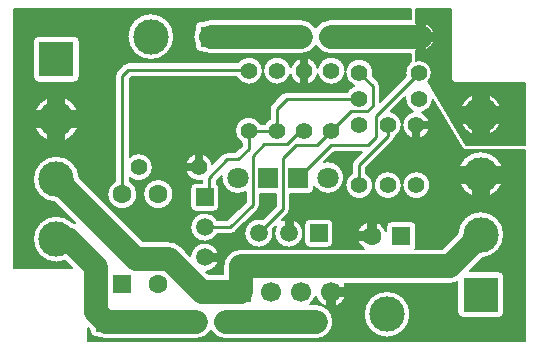
<source format=gbl>
G04 Layer: BottomLayer*
G04 EasyEDA Pro v2.0.34.720dcead, 2023-10-18 14:17:13*
G04 Gerber Generator version 0.3*
G04 Scale: 100 percent, Rotated: No, Reflected: No*
G04 Dimensions in millimeters*
G04 Leading zeros omitted, absolute positions, 3 integers and 3 decimals*
%FSLAX33Y33*%
%MOMM*%
%ADD8191C,0.203*%
%ADD10C,1.505*%
%ADD11C,0.855*%
%ADD12C,0.705*%
%ADD13C,0.755*%
%ADD14C,0.8184*%
%ADD15C,0.805*%
%ADD16R,3.0X3.0*%
%ADD17C,3.0*%
%ADD18R,3.0X3.0*%
%ADD19R,1.6X1.6*%
%ADD20C,1.6*%
%ADD21R,1.7X1.7*%
%ADD22C,1.7*%
%ADD23C,1.4*%
%ADD24R,1.6X1.6*%
%ADD25R,1.5X1.5*%
%ADD26C,1.5*%
%ADD27R,1.5X1.5*%
%ADD28R,1.8X1.8*%
%ADD29C,1.8*%
%ADD30R,1.8X1.8*%
%ADD31C,2.0*%
%ADD32C,0.254*%
G75*


G04 Copper Start*
G36*
G01X147043Y-112164D02*
G01X147043Y-111043D01*
G01X147255Y-111255D01*
G01Y-111340D01*
G03X147740Y-111825I485J0D01*
G01X147939D01*
G03X148590Y-111975I650J1335D01*
G01X151130D01*
G01X153670D01*
G01X156210D01*
G03X157480Y-111260I0J1485D01*
G03X158750Y-111975I1270J770D01*
G01X161290D01*
G01X163830D01*
G01X166370D01*
G03X167855Y-110490I0J1485D01*
G03X166370Y-109005I-1485J0D01*
G01X165918D01*
G03X166370Y-108362I-818J1055D01*
G03X167640Y-109285I1270J412D01*
G03X168975Y-107950I0J1335D01*
G03X168807Y-107302I-1335J0D01*
G01X177691D01*
G03X178355Y-107146I0J1485D01*
G01Y-109704D01*
G03X178840Y-110189I485J0D01*
G01X181840D01*
G03X182325Y-109704I0J485D01*
G01Y-106704D01*
G03X181840Y-106219I-485J0D01*
G01X179390D01*
G01X180507Y-105102D01*
G03X182325Y-103124I-168J1978D01*
G03X180340Y-101139I-1985J0D01*
G03X178356Y-103053I0J-1985D01*
G01X177076Y-104332D01*
G01X174804D01*
G03X174894Y-104051I-395J281D01*
G01Y-102451D01*
G03X174409Y-101966I-485J0D01*
G01X172809D01*
G03X172324Y-102451I0J-485D01*
G01Y-102832D01*
G03X171109Y-101966I-1215J-419D01*
G03X169824Y-103251I0J-1285D01*
G03X170414Y-104332I1285J0D01*
G01X160020D01*
G03X158535Y-105817I0J-1485D01*
G01Y-106464D01*
G01X157313D01*
G01X157105Y-106257D01*
G03X158207Y-105029I-133J1228D01*
G03X156972Y-103794I-1235J0D01*
G03X155744Y-104896I0J-1235D01*
G01X154974Y-104126D01*
G03X153924Y-103691I-1050J-1050D01*
G01X151765D01*
G01X146380Y-98306D01*
G03X144399Y-96440I-1982J-119D01*
G03X142414Y-98425I0J-1985D01*
G03X144280Y-100406I1985J0D01*
G01X146024Y-102150D01*
G03X145761Y-102060I-609J-1354D01*
G03X144399Y-101520I-1362J-1444D01*
G03X142414Y-103505I0J-1985D01*
G03X144399Y-105490I1985J0D01*
G03X145151Y-105342I0J1985D01*
G01X145750Y-105941D01*
G01X140820D01*
G01Y-84051D01*
G01X174394D01*
G01Y-84875D01*
G01X172720D01*
G01X170180D01*
G01X167640D01*
G03X166370Y-85590I0J-1485D01*
G03X165100Y-84875I-1270J-770D01*
G01X162560D01*
G01X160020D01*
G01X157480D01*
G03X156829Y-85025I0J-1485D01*
G01X156630D01*
G03X156145Y-85510I0J-485D01*
G01Y-85709D01*
G03X155995Y-86360I1335J-650D01*
G03X156145Y-87010I1485J0D01*
G01Y-87210D01*
G03X156630Y-87695I485J0D01*
G01X156829D01*
G03X157480Y-87845I650J1335D01*
G01X160020D01*
G01X162560D01*
G01X165100D01*
G03X166370Y-87130I0J1485D01*
G03X167640Y-87845I1270J770D01*
G01X170180D01*
G01X172720D01*
G01X174394D01*
G01Y-88392D01*
G03X174403Y-88474I358J0D01*
G03X173948Y-89408I730J-934D01*
G03X173983Y-89693I1185J0D01*
G01X171808Y-91867D01*
G01Y-90551D01*
G03X171629Y-90118I-612J0D01*
G01X171203Y-89693D01*
G03X171238Y-89408I-1150J285D01*
G03X170053Y-88223I-1185J0D01*
G03X168875Y-89276I0J-1185D01*
G03X168876Y-89245I-1185J31D01*
G03X167690Y-88060I-1185J0D01*
G03X166531Y-89001I0J-1185D01*
G03X165379Y-88096I-1152J-280D01*
G03X164241Y-88950I0J-1185D01*
G03X163093Y-88060I-1148J-295D01*
G03X161908Y-89245I0J-1185D01*
G03X163093Y-90431I1185J0D01*
G03X164231Y-89576I0J1185D01*
G03X165379Y-90466I1148J295D01*
G03X166539Y-89525I0J1185D01*
G03X167690Y-90431I1152J280D01*
G03X168868Y-89377I0J1185D01*
G03Y-89408I1185J-31D01*
G03X169634Y-90517I1185J0D01*
G03X169025Y-91018I406J-1114D01*
G01X163894D01*
G03X163461Y-91197I0J-612D01*
G01X162635Y-92023D01*
G03X162456Y-92456I433J-433D01*
G01Y-93326D01*
G03X162078Y-93713I637J-999D01*
G01X161720D01*
G03X160705Y-93140I-1015J-612D01*
G03X159520Y-94325I0J-1185D01*
G03X160093Y-95340I1185J0D01*
G01Y-95581D01*
G01X159528Y-96146D01*
G01X158893D01*
G03X158460Y-96325I0J-612D01*
G01X157623Y-97162D01*
G03X156464Y-96224I-1159J-247D01*
G03X155279Y-97409I0J-1185D01*
G03X156464Y-98594I1185J0D01*
G03X156741Y-98561I0J1185D01*
G01Y-98714D01*
G01X156222D01*
G03X155737Y-99199I0J-485D01*
G01Y-100699D01*
G03X156222Y-101184I485J0D01*
G01X157722D01*
G03X158207Y-100699I0J485D01*
G01Y-99199D01*
G03X157965Y-98779I-485J0D01*
G01Y-98552D01*
G01X158392Y-98125D01*
G03X158381Y-98298I1374J-173D01*
G03X159766Y-99683I1385J0D01*
G03X160424Y-99517I0J1385D01*
G01Y-100330D01*
G01X158877Y-101877D01*
G01X158045D01*
G03X156972Y-101254I-1073J-612D01*
G03X155737Y-102489I0J-1235D01*
G03X156972Y-103724I1235J0D01*
G03X158045Y-103101I0J1235D01*
G01X159131D01*
G03X159564Y-102922I0J612D01*
G01X161469Y-101017D01*
G03X161648Y-100584I-433J433D01*
G01Y-99683D01*
G01X162964D01*
G01Y-100711D01*
G01X161869Y-101805D01*
G03X161544Y-101762I-326J-1191D01*
G03X160309Y-102997I0J-1235D01*
G03X161544Y-104232I1235J0D01*
G03X162779Y-102997I0J1235D01*
G03X162735Y-102671I-1235J0D01*
G01X162998Y-102409D01*
G03X162849Y-102997I1086J-588D01*
G03X164084Y-104232I1235J0D01*
G03X165319Y-102997I0J1235D01*
G03X164084Y-101762I-1235J0D01*
G03X163495Y-101911I0J-1235D01*
G01X164009Y-101397D01*
G03X164188Y-100964I-433J433D01*
G01Y-99683D01*
G01X165746D01*
G03X166231Y-99198I0J485D01*
G01Y-99063D01*
G03X167386Y-99683I1155J765D01*
G03X168771Y-98298I0J1385D01*
G03X167386Y-96913I-1385J0D01*
G03X167057Y-96952I0J-1385D01*
G01X167894Y-96116D01*
G01X170245D01*
G01X169585Y-96776D01*
G03X169406Y-97209I433J-433D01*
G01Y-97940D01*
G03X168868Y-98933I647J-993D01*
G03X170053Y-100118I1185J0D01*
G03X171238Y-98933I0J1185D01*
G03X170630Y-97898I-1185J0D01*
G01Y-97462D01*
G01X172899Y-95194D01*
G03X173068Y-94874I-433J433D01*
G03X173651Y-93853I-602J1021D01*
G03X172713Y-92694I-1185J0D01*
G01X173947Y-91459D01*
G03X173935Y-91630I1173J-171D01*
G03X174608Y-92699I1185J0D01*
G03X173694Y-93853I271J-1154D01*
G03X174879Y-95038I1185J0D01*
G03X176064Y-93853I0J1185D01*
G03X175391Y-92784I-1185J0D01*
G03X176303Y-91693I-271J1154D01*
G01X178762Y-95814D01*
G03X179070Y-95989I308J183D01*
G01X184045D01*
G01Y-112164D01*
G01X147043D01*
G37*
%LPC*%
G36*
G01X148702Y-99695D02*
G03X149987Y-100980I1285J0D01*
G03X151272Y-99695I0J1285D01*
G03X150599Y-98565I-1285J0D01*
G01Y-98297D01*
G03X151384Y-98594I785J888D01*
G03X152569Y-97409I0J1185D01*
G03X151384Y-96224I-1185J0D01*
G03X150599Y-96521I0J-1185D01*
G01Y-89916D01*
G01X150749Y-89766D01*
G01X159641D01*
G03X160705Y-90431I1065J521D01*
G03X161891Y-89245I0J1185D01*
G03X160705Y-88060I-1185J0D01*
G03X159752Y-88542I0J-1185D01*
G01X150495D01*
G03X150062Y-88721I0J-612D01*
G01X149554Y-89229D01*
G03X149375Y-89662I433J-433D01*
G01Y-98565D01*
G03X148702Y-99695I612J-1130D01*
G37*
G36*
G01X172400Y-111848D02*
G03X174385Y-109862I0J1985D01*
G03X172400Y-107877I-1985J0D01*
G03X170414Y-109862I0J-1985D01*
G03X172400Y-111848I1985J0D01*
G37*
G36*
G01X150420Y-86357D02*
G03X152405Y-88342I1985J0D01*
G03X154390Y-86357I0J1985D01*
G03X152405Y-84372I-1985J0D01*
G03X150420Y-86357I0J-1985D01*
G37*
G36*
G01X180340Y-100029D02*
G03X182325Y-98044I0J1985D01*
G03X180340Y-96059I-1985J0D01*
G03X178355Y-98044I0J-1985D01*
G03X180340Y-100029I1985J0D01*
G37*
G36*
G01X145899Y-90250D02*
G03X146384Y-89765I0J485D01*
G01Y-86765D01*
G03X145899Y-86280I-485J0D01*
G01X142899D01*
G03X142414Y-86765I0J-485D01*
G01Y-89765D01*
G03X142899Y-90250I485J0D01*
G01X145899D01*
G37*
G36*
G01X142414Y-93345D02*
G03X144399Y-95330I1985J0D01*
G03X146384Y-93345I0J1985D01*
G03X144399Y-91360I-1985J0D01*
G03X142414Y-93345I0J-1985D01*
G37*
G36*
G01X153035Y-100980D02*
G03X154320Y-99695I0J1285D01*
G03X153035Y-98410I-1285J0D01*
G03X151750Y-99695I0J-1285D01*
G03X153035Y-100980I1285J0D01*
G37*
G36*
G01X167374Y-104232D02*
G03X167859Y-103747I0J485D01*
G01Y-102247D01*
G03X167374Y-101762I-485J0D01*
G01X165874D01*
G03X165389Y-102247I0J-485D01*
G01Y-103747D01*
G03X165874Y-104232I485J0D01*
G01X167374D01*
G37*
G36*
G01X171281Y-98933D02*
G03X172466Y-100118I1185J0D01*
G03X173651Y-98933I0J1185D01*
G03X172466Y-97748I-1185J0D01*
G03X171281Y-98933I0J-1185D01*
G37*
G36*
G01X173694Y-98933D02*
G03X174879Y-100118I1185J0D01*
G03X176064Y-98933I0J1185D01*
G03X174879Y-97748I-1185J0D01*
G03X173694Y-98933I0J-1185D01*
G37*
%LPD*%
G36*
G01X184045Y-90274D02*
G01X184045Y-95529D01*
G01X179127D01*
G01X175907Y-90130D01*
G03X176191Y-89408I-774J722D01*
G03X175133Y-88350I-1058J0D01*
G03X174865Y-88384I0J-1058D01*
G01X174853Y-88364D01*
G01Y-87498D01*
G03X175260Y-87568I406J1138D01*
G03X176468Y-86360I0J1208D01*
G03X175260Y-85152I-1208J0D01*
G03X174853Y-85222I0J-1208D01*
G01Y-84051D01*
G01X177823D01*
G01Y-89916D01*
G03X178181Y-90274I358J0D01*
G01X184045D01*
G37*
%LPC*%
G36*
G01X180340Y-94822D02*
G03X182198Y-92964I0J1858D01*
G03X180340Y-91106I-1858J0D01*
G03X178482Y-92964I0J-1858D01*
G03X180340Y-94822I1858J0D01*
G37*
%LPD*%
G54D8191*
G01X147043Y-112164D02*
G01X147043Y-111043D01*
G01X147255Y-111255D01*
G01Y-111340D01*
G03X147740Y-111825I485J0D01*
G01X147939D01*
G03X148590Y-111975I650J1335D01*
G01X151130D01*
G01X153670D01*
G01X156210D01*
G03X157480Y-111260I0J1485D01*
G03X158750Y-111975I1270J770D01*
G01X161290D01*
G01X163830D01*
G01X166370D01*
G03X167855Y-110490I0J1485D01*
G03X166370Y-109005I-1485J0D01*
G01X165918D01*
G03X166370Y-108362I-818J1055D01*
G03X167640Y-109285I1270J412D01*
G03X168975Y-107950I0J1335D01*
G03X168807Y-107302I-1335J0D01*
G01X177691D01*
G03X178355Y-107146I0J1485D01*
G01Y-109704D01*
G03X178840Y-110189I485J0D01*
G01X181840D01*
G03X182325Y-109704I0J485D01*
G01Y-106704D01*
G03X181840Y-106219I-485J0D01*
G01X179390D01*
G01X180507Y-105102D01*
G03X182325Y-103124I-168J1978D01*
G03X180340Y-101139I-1985J0D01*
G03X178356Y-103053I0J-1985D01*
G01X177076Y-104332D01*
G01X174804D01*
G03X174894Y-104051I-395J281D01*
G01Y-102451D01*
G03X174409Y-101966I-485J0D01*
G01X172809D01*
G03X172324Y-102451I0J-485D01*
G01Y-102832D01*
G03X171109Y-101966I-1215J-419D01*
G03X169824Y-103251I0J-1285D01*
G03X170414Y-104332I1285J0D01*
G01X160020D01*
G03X158535Y-105817I0J-1485D01*
G01Y-106464D01*
G01X157313D01*
G01X157105Y-106257D01*
G03X158207Y-105029I-133J1228D01*
G03X156972Y-103794I-1235J0D01*
G03X155744Y-104896I0J-1235D01*
G01X154974Y-104126D01*
G03X153924Y-103691I-1050J-1050D01*
G01X151765D01*
G01X146380Y-98306D01*
G03X144399Y-96440I-1982J-119D01*
G03X142414Y-98425I0J-1985D01*
G03X144280Y-100406I1985J0D01*
G01X146024Y-102150D01*
G03X145761Y-102060I-609J-1354D01*
G03X144399Y-101520I-1362J-1444D01*
G03X142414Y-103505I0J-1985D01*
G03X144399Y-105490I1985J0D01*
G03X145151Y-105342I0J1985D01*
G01X145750Y-105941D01*
G01X140820D01*
G01Y-84051D01*
G01X174394D01*
G01Y-84875D01*
G01X172720D01*
G01X170180D01*
G01X167640D01*
G03X166370Y-85590I0J-1485D01*
G03X165100Y-84875I-1270J-770D01*
G01X162560D01*
G01X160020D01*
G01X157480D01*
G03X156829Y-85025I0J-1485D01*
G01X156630D01*
G03X156145Y-85510I0J-485D01*
G01Y-85709D01*
G03X155995Y-86360I1335J-650D01*
G03X156145Y-87010I1485J0D01*
G01Y-87210D01*
G03X156630Y-87695I485J0D01*
G01X156829D01*
G03X157480Y-87845I650J1335D01*
G01X160020D01*
G01X162560D01*
G01X165100D01*
G03X166370Y-87130I0J1485D01*
G03X167640Y-87845I1270J770D01*
G01X170180D01*
G01X172720D01*
G01X174394D01*
G01Y-88392D01*
G03X174403Y-88474I358J0D01*
G03X173948Y-89408I730J-934D01*
G03X173983Y-89693I1185J0D01*
G01X171808Y-91867D01*
G01Y-90551D01*
G03X171629Y-90118I-612J0D01*
G01X171203Y-89693D01*
G03X171238Y-89408I-1150J285D01*
G03X170053Y-88223I-1185J0D01*
G03X168875Y-89276I0J-1185D01*
G03X168876Y-89245I-1185J31D01*
G03X167690Y-88060I-1185J0D01*
G03X166531Y-89001I0J-1185D01*
G03X165379Y-88096I-1152J-280D01*
G03X164241Y-88950I0J-1185D01*
G03X163093Y-88060I-1148J-295D01*
G03X161908Y-89245I0J-1185D01*
G03X163093Y-90431I1185J0D01*
G03X164231Y-89576I0J1185D01*
G03X165379Y-90466I1148J295D01*
G03X166539Y-89525I0J1185D01*
G03X167690Y-90431I1152J280D01*
G03X168868Y-89377I0J1185D01*
G03Y-89408I1185J-31D01*
G03X169634Y-90517I1185J0D01*
G03X169025Y-91018I406J-1114D01*
G01X163894D01*
G03X163461Y-91197I0J-612D01*
G01X162635Y-92023D01*
G03X162456Y-92456I433J-433D01*
G01Y-93326D01*
G03X162078Y-93713I637J-999D01*
G01X161720D01*
G03X160705Y-93140I-1015J-612D01*
G03X159520Y-94325I0J-1185D01*
G03X160093Y-95340I1185J0D01*
G01Y-95581D01*
G01X159528Y-96146D01*
G01X158893D01*
G03X158460Y-96325I0J-612D01*
G01X157623Y-97162D01*
G03X156464Y-96224I-1159J-247D01*
G03X155279Y-97409I0J-1185D01*
G03X156464Y-98594I1185J0D01*
G03X156741Y-98561I0J1185D01*
G01Y-98714D01*
G01X156222D01*
G03X155737Y-99199I0J-485D01*
G01Y-100699D01*
G03X156222Y-101184I485J0D01*
G01X157722D01*
G03X158207Y-100699I0J485D01*
G01Y-99199D01*
G03X157965Y-98779I-485J0D01*
G01Y-98552D01*
G01X158392Y-98125D01*
G03X158381Y-98298I1374J-173D01*
G03X159766Y-99683I1385J0D01*
G03X160424Y-99517I0J1385D01*
G01Y-100330D01*
G01X158877Y-101877D01*
G01X158045D01*
G03X156972Y-101254I-1073J-612D01*
G03X155737Y-102489I0J-1235D01*
G03X156972Y-103724I1235J0D01*
G03X158045Y-103101I0J1235D01*
G01X159131D01*
G03X159564Y-102922I0J612D01*
G01X161469Y-101017D01*
G03X161648Y-100584I-433J433D01*
G01Y-99683D01*
G01X162964D01*
G01Y-100711D01*
G01X161869Y-101805D01*
G03X161544Y-101762I-326J-1191D01*
G03X160309Y-102997I0J-1235D01*
G03X161544Y-104232I1235J0D01*
G03X162779Y-102997I0J1235D01*
G03X162735Y-102671I-1235J0D01*
G01X162998Y-102409D01*
G03X162849Y-102997I1086J-588D01*
G03X164084Y-104232I1235J0D01*
G03X165319Y-102997I0J1235D01*
G03X164084Y-101762I-1235J0D01*
G03X163495Y-101911I0J-1235D01*
G01X164009Y-101397D01*
G03X164188Y-100964I-433J433D01*
G01Y-99683D01*
G01X165746D01*
G03X166231Y-99198I0J485D01*
G01Y-99063D01*
G03X167386Y-99683I1155J765D01*
G03X168771Y-98298I0J1385D01*
G03X167386Y-96913I-1385J0D01*
G03X167057Y-96952I0J-1385D01*
G01X167894Y-96116D01*
G01X170245D01*
G01X169585Y-96776D01*
G03X169406Y-97209I433J-433D01*
G01Y-97940D01*
G03X168868Y-98933I647J-993D01*
G03X170053Y-100118I1185J0D01*
G03X171238Y-98933I0J1185D01*
G03X170630Y-97898I-1185J0D01*
G01Y-97462D01*
G01X172899Y-95194D01*
G03X173068Y-94874I-433J433D01*
G03X173651Y-93853I-602J1021D01*
G03X172713Y-92694I-1185J0D01*
G01X173947Y-91459D01*
G03X173935Y-91630I1173J-171D01*
G03X174608Y-92699I1185J0D01*
G03X173694Y-93853I271J-1154D01*
G03X174879Y-95038I1185J0D01*
G03X176064Y-93853I0J1185D01*
G03X175391Y-92784I-1185J0D01*
G03X176303Y-91693I-271J1154D01*
G01X178762Y-95814D01*
G03X179070Y-95989I308J183D01*
G01X184045D01*
G01Y-112164D01*
G01X147043D01*
G01X148702Y-99695D02*
G03X149987Y-100980I1285J0D01*
G03X151272Y-99695I0J1285D01*
G03X150599Y-98565I-1285J0D01*
G01Y-98297D01*
G03X151384Y-98594I785J888D01*
G03X152569Y-97409I0J1185D01*
G03X151384Y-96224I-1185J0D01*
G03X150599Y-96521I0J-1185D01*
G01Y-89916D01*
G01X150749Y-89766D01*
G01X159641D01*
G03X160705Y-90431I1065J521D01*
G03X161891Y-89245I0J1185D01*
G03X160705Y-88060I-1185J0D01*
G03X159752Y-88542I0J-1185D01*
G01X150495D01*
G03X150062Y-88721I0J-612D01*
G01X149554Y-89229D01*
G03X149375Y-89662I433J-433D01*
G01Y-98565D01*
G03X148702Y-99695I612J-1130D01*
G01X172400Y-111848D02*
G03X174385Y-109862I0J1985D01*
G03X172400Y-107877I-1985J0D01*
G03X170414Y-109862I0J-1985D01*
G03X172400Y-111848I1985J0D01*
G01X150420Y-86357D02*
G03X152405Y-88342I1985J0D01*
G03X154390Y-86357I0J1985D01*
G03X152405Y-84372I-1985J0D01*
G03X150420Y-86357I0J-1985D01*
G01X180340Y-100029D02*
G03X182325Y-98044I0J1985D01*
G03X180340Y-96059I-1985J0D01*
G03X178355Y-98044I0J-1985D01*
G03X180340Y-100029I1985J0D01*
G01X145899Y-90250D02*
G03X146384Y-89765I0J485D01*
G01Y-86765D01*
G03X145899Y-86280I-485J0D01*
G01X142899D01*
G03X142414Y-86765I0J-485D01*
G01Y-89765D01*
G03X142899Y-90250I485J0D01*
G01X145899D01*
G01X142414Y-93345D02*
G03X144399Y-95330I1985J0D01*
G03X146384Y-93345I0J1985D01*
G03X144399Y-91360I-1985J0D01*
G03X142414Y-93345I0J-1985D01*
G01X153035Y-100980D02*
G03X154320Y-99695I0J1285D01*
G03X153035Y-98410I-1285J0D01*
G03X151750Y-99695I0J-1285D01*
G03X153035Y-100980I1285J0D01*
G01X167374Y-104232D02*
G03X167859Y-103747I0J485D01*
G01Y-102247D01*
G03X167374Y-101762I-485J0D01*
G01X165874D01*
G03X165389Y-102247I0J-485D01*
G01Y-103747D01*
G03X165874Y-104232I485J0D01*
G01X167374D01*
G01X171281Y-98933D02*
G03X172466Y-100118I1185J0D01*
G03X173651Y-98933I0J1185D01*
G03X172466Y-97748I-1185J0D01*
G03X171281Y-98933I0J-1185D01*
G01X173694Y-98933D02*
G03X174879Y-100118I1185J0D01*
G03X176064Y-98933I0J1185D01*
G03X174879Y-97748I-1185J0D01*
G03X173694Y-98933I0J-1185D01*
G01X184045Y-90274D02*
G01X184045Y-95529D01*
G01X179127D01*
G01X175907Y-90130D01*
G03X176191Y-89408I-774J722D01*
G03X175133Y-88350I-1058J0D01*
G03X174865Y-88384I0J-1058D01*
G01X174853Y-88364D01*
G01Y-87498D01*
G03X175260Y-87568I406J1138D01*
G03X176468Y-86360I0J1208D01*
G03X175260Y-85152I-1208J0D01*
G03X174853Y-85222I0J-1208D01*
G01Y-84051D01*
G01X177823D01*
G01Y-89916D01*
G03X178181Y-90274I358J0D01*
G01X184045D01*
G01X180340Y-94822D02*
G03X182198Y-92964I0J1858D01*
G03X180340Y-91106I-1858J0D01*
G03X178482Y-92964I0J-1858D01*
G03X180340Y-94822I1858J0D01*
G54D10*
G01X180340Y-92964D02*
G01X180340Y-94723D01*
G01X180340Y-92964D02*
G01X180340Y-91205D01*
G01X180340Y-92964D02*
G01X178581Y-92964D01*
G01X180340Y-92964D02*
G01X182099Y-92964D01*
G54D11*
G01X175260Y-86360D02*
G01X175260Y-87469D01*
G01X175260Y-86360D02*
G01X175260Y-85251D01*
G01X175260Y-86360D02*
G01X176369Y-86360D01*
G54D12*
G01X156464Y-97409D02*
G01X155378Y-97409D01*
G01X156464Y-97409D02*
G01X156464Y-96323D01*
G01X174879Y-93853D02*
G01X174879Y-94939D01*
G01X174879Y-93853D02*
G01X175965Y-93853D01*
G54D11*
G01X167640Y-107950D02*
G01X167640Y-109186D01*
G01X167640Y-107950D02*
G01X168876Y-107950D01*
G54D13*
G01X156972Y-105029D02*
G01X158108Y-105029D01*
G54D10*
G01X180340Y-98044D02*
G01X180340Y-99930D01*
G01X180340Y-98044D02*
G01X178454Y-98044D01*
G01X180340Y-98044D02*
G01X182226Y-98044D01*
G01X144399Y-93345D02*
G01X144399Y-91459D01*
G01X144399Y-93345D02*
G01X144399Y-95231D01*
G01X144399Y-93345D02*
G01X146285Y-93345D01*
G01X144399Y-93345D02*
G01X142513Y-93345D01*
G54D12*
G01X165379Y-89281D02*
G01X165379Y-90367D01*
G01X165379Y-89281D02*
G01X165379Y-88195D01*
G54D15*
G01X171109Y-103251D02*
G01X169923Y-103251D01*
G01X171109Y-103251D02*
G01X171109Y-102065D01*
G54D13*
G01X164084Y-102997D02*
G01X164084Y-101861D01*
G04 Copper End*

G04 Pad Start*
G54D16*
G01X144399Y-88265D03*
G54D17*
G01X144399Y-93345D03*
G01X144399Y-98425D03*
G01X144399Y-103505D03*
G54D18*
G01X180340Y-108204D03*
G54D17*
G01X180340Y-103124D03*
G01X180340Y-98044D03*
G01X180340Y-92964D03*
G54D19*
G01X173609Y-103251D03*
G54D20*
G01X171109Y-103251D03*
G54D21*
G01X157480Y-86360D03*
G54D22*
G01X160020Y-86360D03*
G01X162560Y-86360D03*
G01X165100Y-86360D03*
G01X167640Y-86360D03*
G01X170180Y-86360D03*
G01X172720Y-86360D03*
G01X175260Y-86360D03*
G54D21*
G01X148590Y-110490D03*
G54D22*
G01X151130Y-110490D03*
G01X153670Y-110490D03*
G01X156210Y-110490D03*
G01X158750Y-110490D03*
G01X161290Y-110490D03*
G01X163830Y-110490D03*
G01X166370Y-110490D03*
G54D21*
G01X160020Y-107950D03*
G54D22*
G01X162560Y-107950D03*
G01X165100Y-107950D03*
G01X167640Y-107950D03*
G54D17*
G01X152405Y-86357D03*
G01X172400Y-109862D03*
G54D23*
G01X170053Y-93853D03*
G01X170053Y-98933D03*
G01X174879Y-98933D03*
G01X174879Y-93853D03*
G01X167690Y-89245D03*
G01X167690Y-94325D03*
G01X163093Y-89245D03*
G01X163093Y-94325D03*
G01X175120Y-91630D03*
G01X170040Y-91630D03*
G01X160705Y-89245D03*
G01X160705Y-94325D03*
G54D20*
G01X153035Y-107315D03*
G01X153035Y-99695D03*
G54D23*
G01X165379Y-94361D03*
G01X165379Y-89281D03*
G01X151384Y-97409D03*
G01X156464Y-97409D03*
G01X175133Y-89408D03*
G01X170053Y-89408D03*
G54D24*
G01X149987Y-107315D03*
G54D20*
G01X149987Y-99695D03*
G54D25*
G01X166624Y-102997D03*
G54D26*
G01X161544Y-102997D03*
G01X164084Y-102997D03*
G54D27*
G01X156972Y-99949D03*
G54D26*
G01X156972Y-105029D03*
G01X156972Y-102489D03*
G54D28*
G01X164846Y-98298D03*
G54D29*
G01X167386Y-98298D03*
G54D30*
G01X162306Y-98298D03*
G54D29*
G01X159766Y-98298D03*
G54D23*
G01X172466Y-93853D03*
G01X172466Y-98933D03*
G04 Pad End*

G04 Track Start*
G54D31*
G01X175260Y-86360D02*
G01X172720Y-86360D01*
G01X170180D01*
G01X167640D01*
G01X163830Y-110490D02*
G01X161290Y-110490D01*
G01X166370Y-110490D02*
G01X163830Y-110490D01*
G01X161290Y-110490D02*
G01X158750Y-110490D01*
G01X147760Y-105850D02*
G01X145415Y-103505D01*
G01X153670Y-110490D02*
G01X151130Y-110490D01*
G01X147760Y-109660D02*
G01X147760Y-105850D01*
G01X148590Y-110490D02*
G01X147760Y-109660D01*
G01X145415Y-103505D02*
G01X144399Y-103505D01*
G01X151130Y-110490D02*
G01X148590Y-110490D01*
G01X165100Y-86360D02*
G01X162560Y-86360D01*
G01X160020D01*
G01X157480D01*
G54D32*
G01X170053Y-89408D02*
G01X171196Y-90551D01*
G01X170040Y-91630D02*
G01X163894Y-91630D01*
G01X163068Y-92456D01*
G01Y-94300D01*
G01X163093Y-94325D01*
G01X160705D01*
G01X171196Y-90551D02*
G01X171196Y-92202D01*
G54D31*
G01X156210Y-110490D02*
G01X153670Y-110490D01*
G01X144399Y-98425D02*
G01X151150Y-105176D01*
G01X153924D01*
G01X156698Y-107949D01*
G01X160020D01*
G54D32*
G01X159131Y-102489D02*
G01X156972Y-102489D01*
G01X167690Y-94325D02*
G01X166512Y-95504D01*
G01X175133Y-89408D02*
G01X171450Y-93091D01*
G01X167690Y-94325D02*
G01X169341Y-92674D01*
G01X170724D01*
G01X171196Y-92202D01*
G01X161036Y-100584D02*
G01X159131Y-102489D01*
G01X165379Y-94361D02*
G01X165020Y-94361D01*
G01X163929Y-95452D01*
G01X166512Y-95504D02*
G01X164719Y-95504D01*
G01X163929Y-95452D02*
G01X162024Y-95452D01*
G01X161036Y-96440D01*
G01Y-100584D01*
G01X164719Y-95504D02*
G01X163576Y-96647D01*
G01Y-100964D01*
G01X161544Y-102997D01*
G01X159782Y-96758D02*
G01X160705Y-95835D01*
G01Y-94325D01*
G01X167640Y-95504D02*
G01X164846Y-98298D01*
G01X171450Y-93091D02*
G01X171450Y-94869D01*
G01X170815Y-95504D01*
G01X167640D01*
G01X170053Y-98933D02*
G01X170018Y-98898D01*
G01Y-97209D01*
G01X172466Y-94761D02*
G01X172466Y-93853D01*
G01X172466Y-94761D02*
G01X170018Y-97209D01*
G01X158893Y-96758D02*
G01X159782Y-96758D01*
G01X156972Y-99949D02*
G01X157353Y-99568D01*
G01Y-98298D01*
G01X158893Y-96758D01*
G01X160614Y-89154D02*
G01X160705Y-89245D01*
G01X149987Y-99695D02*
G01X149987Y-89662D01*
G01X150495Y-89154D01*
G01X160614D01*
G54D31*
G01X180384Y-103125D02*
G01X177691Y-105817D01*
G01X160020D01*
G01Y-107949D01*
G04 Track End*

M02*

</source>
